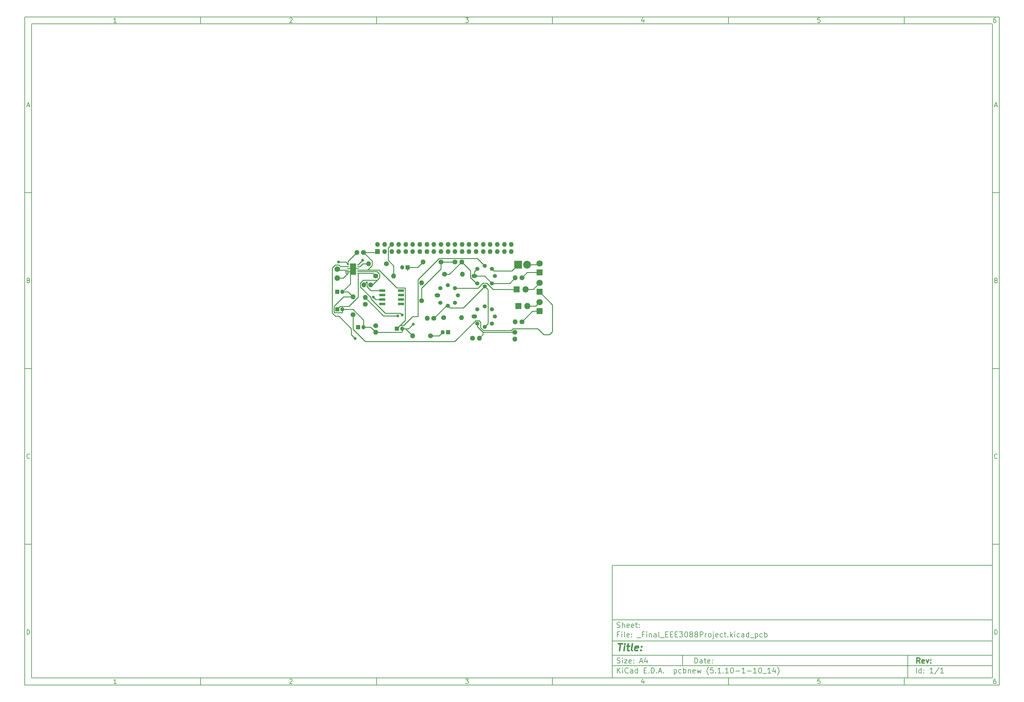
<source format=gbr>
%TF.GenerationSoftware,KiCad,Pcbnew,(5.1.10-1-10_14)*%
%TF.CreationDate,2021-06-17T20:45:02+02:00*%
%TF.ProjectId,_Final_EEE3088Project,5f46696e-616c-45f4-9545-453330383850,rev?*%
%TF.SameCoordinates,Original*%
%TF.FileFunction,Copper,L1,Top*%
%TF.FilePolarity,Positive*%
%FSLAX46Y46*%
G04 Gerber Fmt 4.6, Leading zero omitted, Abs format (unit mm)*
G04 Created by KiCad (PCBNEW (5.1.10-1-10_14)) date 2021-06-17 20:45:02*
%MOMM*%
%LPD*%
G01*
G04 APERTURE LIST*
%ADD10C,0.100000*%
%ADD11C,0.150000*%
%ADD12C,0.300000*%
%ADD13C,0.400000*%
%TA.AperFunction,ComponentPad*%
%ADD14O,1.400000X1.400000*%
%TD*%
%TA.AperFunction,ComponentPad*%
%ADD15C,1.400000*%
%TD*%
%TA.AperFunction,SMDPad,CuDef*%
%ADD16R,0.700000X0.250000*%
%TD*%
%TA.AperFunction,SMDPad,CuDef*%
%ADD17R,1.700000X3.300000*%
%TD*%
%TA.AperFunction,ComponentPad*%
%ADD18C,1.200000*%
%TD*%
%TA.AperFunction,ComponentPad*%
%ADD19R,1.200000X1.200000*%
%TD*%
%TA.AperFunction,ComponentPad*%
%ADD20R,2.240000X2.240000*%
%TD*%
%TA.AperFunction,ComponentPad*%
%ADD21O,2.240000X2.240000*%
%TD*%
%TA.AperFunction,ComponentPad*%
%ADD22R,1.800000X1.800000*%
%TD*%
%TA.AperFunction,ComponentPad*%
%ADD23O,1.800000X1.800000*%
%TD*%
%TA.AperFunction,ComponentPad*%
%ADD24R,1.350000X1.350000*%
%TD*%
%TA.AperFunction,ComponentPad*%
%ADD25O,1.350000X1.350000*%
%TD*%
%TA.AperFunction,ComponentPad*%
%ADD26C,1.600000*%
%TD*%
%TA.AperFunction,ComponentPad*%
%ADD27O,1.600000X1.600000*%
%TD*%
%TA.AperFunction,ComponentPad*%
%ADD28C,1.800000*%
%TD*%
%TA.AperFunction,ComponentPad*%
%ADD29O,1.600000X1.200000*%
%TD*%
%TA.AperFunction,ComponentPad*%
%ADD30O,1.200000X1.200000*%
%TD*%
%TA.AperFunction,SMDPad,CuDef*%
%ADD31R,1.800000X0.800000*%
%TD*%
%TA.AperFunction,ViaPad*%
%ADD32C,0.800000*%
%TD*%
%TA.AperFunction,Conductor*%
%ADD33C,0.250000*%
%TD*%
G04 APERTURE END LIST*
D10*
D11*
X177002200Y-166007200D02*
X177002200Y-198007200D01*
X285002200Y-198007200D01*
X285002200Y-166007200D01*
X177002200Y-166007200D01*
D10*
D11*
X10000000Y-10000000D02*
X10000000Y-200007200D01*
X287002200Y-200007200D01*
X287002200Y-10000000D01*
X10000000Y-10000000D01*
D10*
D11*
X12000000Y-12000000D02*
X12000000Y-198007200D01*
X285002200Y-198007200D01*
X285002200Y-12000000D01*
X12000000Y-12000000D01*
D10*
D11*
X60000000Y-12000000D02*
X60000000Y-10000000D01*
D10*
D11*
X110000000Y-12000000D02*
X110000000Y-10000000D01*
D10*
D11*
X160000000Y-12000000D02*
X160000000Y-10000000D01*
D10*
D11*
X210000000Y-12000000D02*
X210000000Y-10000000D01*
D10*
D11*
X260000000Y-12000000D02*
X260000000Y-10000000D01*
D10*
D11*
X36065476Y-11588095D02*
X35322619Y-11588095D01*
X35694047Y-11588095D02*
X35694047Y-10288095D01*
X35570238Y-10473809D01*
X35446428Y-10597619D01*
X35322619Y-10659523D01*
D10*
D11*
X85322619Y-10411904D02*
X85384523Y-10350000D01*
X85508333Y-10288095D01*
X85817857Y-10288095D01*
X85941666Y-10350000D01*
X86003571Y-10411904D01*
X86065476Y-10535714D01*
X86065476Y-10659523D01*
X86003571Y-10845238D01*
X85260714Y-11588095D01*
X86065476Y-11588095D01*
D10*
D11*
X135260714Y-10288095D02*
X136065476Y-10288095D01*
X135632142Y-10783333D01*
X135817857Y-10783333D01*
X135941666Y-10845238D01*
X136003571Y-10907142D01*
X136065476Y-11030952D01*
X136065476Y-11340476D01*
X136003571Y-11464285D01*
X135941666Y-11526190D01*
X135817857Y-11588095D01*
X135446428Y-11588095D01*
X135322619Y-11526190D01*
X135260714Y-11464285D01*
D10*
D11*
X185941666Y-10721428D02*
X185941666Y-11588095D01*
X185632142Y-10226190D02*
X185322619Y-11154761D01*
X186127380Y-11154761D01*
D10*
D11*
X236003571Y-10288095D02*
X235384523Y-10288095D01*
X235322619Y-10907142D01*
X235384523Y-10845238D01*
X235508333Y-10783333D01*
X235817857Y-10783333D01*
X235941666Y-10845238D01*
X236003571Y-10907142D01*
X236065476Y-11030952D01*
X236065476Y-11340476D01*
X236003571Y-11464285D01*
X235941666Y-11526190D01*
X235817857Y-11588095D01*
X235508333Y-11588095D01*
X235384523Y-11526190D01*
X235322619Y-11464285D01*
D10*
D11*
X285941666Y-10288095D02*
X285694047Y-10288095D01*
X285570238Y-10350000D01*
X285508333Y-10411904D01*
X285384523Y-10597619D01*
X285322619Y-10845238D01*
X285322619Y-11340476D01*
X285384523Y-11464285D01*
X285446428Y-11526190D01*
X285570238Y-11588095D01*
X285817857Y-11588095D01*
X285941666Y-11526190D01*
X286003571Y-11464285D01*
X286065476Y-11340476D01*
X286065476Y-11030952D01*
X286003571Y-10907142D01*
X285941666Y-10845238D01*
X285817857Y-10783333D01*
X285570238Y-10783333D01*
X285446428Y-10845238D01*
X285384523Y-10907142D01*
X285322619Y-11030952D01*
D10*
D11*
X60000000Y-198007200D02*
X60000000Y-200007200D01*
D10*
D11*
X110000000Y-198007200D02*
X110000000Y-200007200D01*
D10*
D11*
X160000000Y-198007200D02*
X160000000Y-200007200D01*
D10*
D11*
X210000000Y-198007200D02*
X210000000Y-200007200D01*
D10*
D11*
X260000000Y-198007200D02*
X260000000Y-200007200D01*
D10*
D11*
X36065476Y-199595295D02*
X35322619Y-199595295D01*
X35694047Y-199595295D02*
X35694047Y-198295295D01*
X35570238Y-198481009D01*
X35446428Y-198604819D01*
X35322619Y-198666723D01*
D10*
D11*
X85322619Y-198419104D02*
X85384523Y-198357200D01*
X85508333Y-198295295D01*
X85817857Y-198295295D01*
X85941666Y-198357200D01*
X86003571Y-198419104D01*
X86065476Y-198542914D01*
X86065476Y-198666723D01*
X86003571Y-198852438D01*
X85260714Y-199595295D01*
X86065476Y-199595295D01*
D10*
D11*
X135260714Y-198295295D02*
X136065476Y-198295295D01*
X135632142Y-198790533D01*
X135817857Y-198790533D01*
X135941666Y-198852438D01*
X136003571Y-198914342D01*
X136065476Y-199038152D01*
X136065476Y-199347676D01*
X136003571Y-199471485D01*
X135941666Y-199533390D01*
X135817857Y-199595295D01*
X135446428Y-199595295D01*
X135322619Y-199533390D01*
X135260714Y-199471485D01*
D10*
D11*
X185941666Y-198728628D02*
X185941666Y-199595295D01*
X185632142Y-198233390D02*
X185322619Y-199161961D01*
X186127380Y-199161961D01*
D10*
D11*
X236003571Y-198295295D02*
X235384523Y-198295295D01*
X235322619Y-198914342D01*
X235384523Y-198852438D01*
X235508333Y-198790533D01*
X235817857Y-198790533D01*
X235941666Y-198852438D01*
X236003571Y-198914342D01*
X236065476Y-199038152D01*
X236065476Y-199347676D01*
X236003571Y-199471485D01*
X235941666Y-199533390D01*
X235817857Y-199595295D01*
X235508333Y-199595295D01*
X235384523Y-199533390D01*
X235322619Y-199471485D01*
D10*
D11*
X285941666Y-198295295D02*
X285694047Y-198295295D01*
X285570238Y-198357200D01*
X285508333Y-198419104D01*
X285384523Y-198604819D01*
X285322619Y-198852438D01*
X285322619Y-199347676D01*
X285384523Y-199471485D01*
X285446428Y-199533390D01*
X285570238Y-199595295D01*
X285817857Y-199595295D01*
X285941666Y-199533390D01*
X286003571Y-199471485D01*
X286065476Y-199347676D01*
X286065476Y-199038152D01*
X286003571Y-198914342D01*
X285941666Y-198852438D01*
X285817857Y-198790533D01*
X285570238Y-198790533D01*
X285446428Y-198852438D01*
X285384523Y-198914342D01*
X285322619Y-199038152D01*
D10*
D11*
X10000000Y-60000000D02*
X12000000Y-60000000D01*
D10*
D11*
X10000000Y-110000000D02*
X12000000Y-110000000D01*
D10*
D11*
X10000000Y-160000000D02*
X12000000Y-160000000D01*
D10*
D11*
X10690476Y-35216666D02*
X11309523Y-35216666D01*
X10566666Y-35588095D02*
X11000000Y-34288095D01*
X11433333Y-35588095D01*
D10*
D11*
X11092857Y-84907142D02*
X11278571Y-84969047D01*
X11340476Y-85030952D01*
X11402380Y-85154761D01*
X11402380Y-85340476D01*
X11340476Y-85464285D01*
X11278571Y-85526190D01*
X11154761Y-85588095D01*
X10659523Y-85588095D01*
X10659523Y-84288095D01*
X11092857Y-84288095D01*
X11216666Y-84350000D01*
X11278571Y-84411904D01*
X11340476Y-84535714D01*
X11340476Y-84659523D01*
X11278571Y-84783333D01*
X11216666Y-84845238D01*
X11092857Y-84907142D01*
X10659523Y-84907142D01*
D10*
D11*
X11402380Y-135464285D02*
X11340476Y-135526190D01*
X11154761Y-135588095D01*
X11030952Y-135588095D01*
X10845238Y-135526190D01*
X10721428Y-135402380D01*
X10659523Y-135278571D01*
X10597619Y-135030952D01*
X10597619Y-134845238D01*
X10659523Y-134597619D01*
X10721428Y-134473809D01*
X10845238Y-134350000D01*
X11030952Y-134288095D01*
X11154761Y-134288095D01*
X11340476Y-134350000D01*
X11402380Y-134411904D01*
D10*
D11*
X10659523Y-185588095D02*
X10659523Y-184288095D01*
X10969047Y-184288095D01*
X11154761Y-184350000D01*
X11278571Y-184473809D01*
X11340476Y-184597619D01*
X11402380Y-184845238D01*
X11402380Y-185030952D01*
X11340476Y-185278571D01*
X11278571Y-185402380D01*
X11154761Y-185526190D01*
X10969047Y-185588095D01*
X10659523Y-185588095D01*
D10*
D11*
X287002200Y-60000000D02*
X285002200Y-60000000D01*
D10*
D11*
X287002200Y-110000000D02*
X285002200Y-110000000D01*
D10*
D11*
X287002200Y-160000000D02*
X285002200Y-160000000D01*
D10*
D11*
X285692676Y-35216666D02*
X286311723Y-35216666D01*
X285568866Y-35588095D02*
X286002200Y-34288095D01*
X286435533Y-35588095D01*
D10*
D11*
X286095057Y-84907142D02*
X286280771Y-84969047D01*
X286342676Y-85030952D01*
X286404580Y-85154761D01*
X286404580Y-85340476D01*
X286342676Y-85464285D01*
X286280771Y-85526190D01*
X286156961Y-85588095D01*
X285661723Y-85588095D01*
X285661723Y-84288095D01*
X286095057Y-84288095D01*
X286218866Y-84350000D01*
X286280771Y-84411904D01*
X286342676Y-84535714D01*
X286342676Y-84659523D01*
X286280771Y-84783333D01*
X286218866Y-84845238D01*
X286095057Y-84907142D01*
X285661723Y-84907142D01*
D10*
D11*
X286404580Y-135464285D02*
X286342676Y-135526190D01*
X286156961Y-135588095D01*
X286033152Y-135588095D01*
X285847438Y-135526190D01*
X285723628Y-135402380D01*
X285661723Y-135278571D01*
X285599819Y-135030952D01*
X285599819Y-134845238D01*
X285661723Y-134597619D01*
X285723628Y-134473809D01*
X285847438Y-134350000D01*
X286033152Y-134288095D01*
X286156961Y-134288095D01*
X286342676Y-134350000D01*
X286404580Y-134411904D01*
D10*
D11*
X285661723Y-185588095D02*
X285661723Y-184288095D01*
X285971247Y-184288095D01*
X286156961Y-184350000D01*
X286280771Y-184473809D01*
X286342676Y-184597619D01*
X286404580Y-184845238D01*
X286404580Y-185030952D01*
X286342676Y-185278571D01*
X286280771Y-185402380D01*
X286156961Y-185526190D01*
X285971247Y-185588095D01*
X285661723Y-185588095D01*
D10*
D11*
X200434342Y-193785771D02*
X200434342Y-192285771D01*
X200791485Y-192285771D01*
X201005771Y-192357200D01*
X201148628Y-192500057D01*
X201220057Y-192642914D01*
X201291485Y-192928628D01*
X201291485Y-193142914D01*
X201220057Y-193428628D01*
X201148628Y-193571485D01*
X201005771Y-193714342D01*
X200791485Y-193785771D01*
X200434342Y-193785771D01*
X202577200Y-193785771D02*
X202577200Y-193000057D01*
X202505771Y-192857200D01*
X202362914Y-192785771D01*
X202077200Y-192785771D01*
X201934342Y-192857200D01*
X202577200Y-193714342D02*
X202434342Y-193785771D01*
X202077200Y-193785771D01*
X201934342Y-193714342D01*
X201862914Y-193571485D01*
X201862914Y-193428628D01*
X201934342Y-193285771D01*
X202077200Y-193214342D01*
X202434342Y-193214342D01*
X202577200Y-193142914D01*
X203077200Y-192785771D02*
X203648628Y-192785771D01*
X203291485Y-192285771D02*
X203291485Y-193571485D01*
X203362914Y-193714342D01*
X203505771Y-193785771D01*
X203648628Y-193785771D01*
X204720057Y-193714342D02*
X204577200Y-193785771D01*
X204291485Y-193785771D01*
X204148628Y-193714342D01*
X204077200Y-193571485D01*
X204077200Y-193000057D01*
X204148628Y-192857200D01*
X204291485Y-192785771D01*
X204577200Y-192785771D01*
X204720057Y-192857200D01*
X204791485Y-193000057D01*
X204791485Y-193142914D01*
X204077200Y-193285771D01*
X205434342Y-193642914D02*
X205505771Y-193714342D01*
X205434342Y-193785771D01*
X205362914Y-193714342D01*
X205434342Y-193642914D01*
X205434342Y-193785771D01*
X205434342Y-192857200D02*
X205505771Y-192928628D01*
X205434342Y-193000057D01*
X205362914Y-192928628D01*
X205434342Y-192857200D01*
X205434342Y-193000057D01*
D10*
D11*
X177002200Y-194507200D02*
X285002200Y-194507200D01*
D10*
D11*
X178434342Y-196585771D02*
X178434342Y-195085771D01*
X179291485Y-196585771D02*
X178648628Y-195728628D01*
X179291485Y-195085771D02*
X178434342Y-195942914D01*
X179934342Y-196585771D02*
X179934342Y-195585771D01*
X179934342Y-195085771D02*
X179862914Y-195157200D01*
X179934342Y-195228628D01*
X180005771Y-195157200D01*
X179934342Y-195085771D01*
X179934342Y-195228628D01*
X181505771Y-196442914D02*
X181434342Y-196514342D01*
X181220057Y-196585771D01*
X181077200Y-196585771D01*
X180862914Y-196514342D01*
X180720057Y-196371485D01*
X180648628Y-196228628D01*
X180577200Y-195942914D01*
X180577200Y-195728628D01*
X180648628Y-195442914D01*
X180720057Y-195300057D01*
X180862914Y-195157200D01*
X181077200Y-195085771D01*
X181220057Y-195085771D01*
X181434342Y-195157200D01*
X181505771Y-195228628D01*
X182791485Y-196585771D02*
X182791485Y-195800057D01*
X182720057Y-195657200D01*
X182577200Y-195585771D01*
X182291485Y-195585771D01*
X182148628Y-195657200D01*
X182791485Y-196514342D02*
X182648628Y-196585771D01*
X182291485Y-196585771D01*
X182148628Y-196514342D01*
X182077200Y-196371485D01*
X182077200Y-196228628D01*
X182148628Y-196085771D01*
X182291485Y-196014342D01*
X182648628Y-196014342D01*
X182791485Y-195942914D01*
X184148628Y-196585771D02*
X184148628Y-195085771D01*
X184148628Y-196514342D02*
X184005771Y-196585771D01*
X183720057Y-196585771D01*
X183577200Y-196514342D01*
X183505771Y-196442914D01*
X183434342Y-196300057D01*
X183434342Y-195871485D01*
X183505771Y-195728628D01*
X183577200Y-195657200D01*
X183720057Y-195585771D01*
X184005771Y-195585771D01*
X184148628Y-195657200D01*
X186005771Y-195800057D02*
X186505771Y-195800057D01*
X186720057Y-196585771D02*
X186005771Y-196585771D01*
X186005771Y-195085771D01*
X186720057Y-195085771D01*
X187362914Y-196442914D02*
X187434342Y-196514342D01*
X187362914Y-196585771D01*
X187291485Y-196514342D01*
X187362914Y-196442914D01*
X187362914Y-196585771D01*
X188077200Y-196585771D02*
X188077200Y-195085771D01*
X188434342Y-195085771D01*
X188648628Y-195157200D01*
X188791485Y-195300057D01*
X188862914Y-195442914D01*
X188934342Y-195728628D01*
X188934342Y-195942914D01*
X188862914Y-196228628D01*
X188791485Y-196371485D01*
X188648628Y-196514342D01*
X188434342Y-196585771D01*
X188077200Y-196585771D01*
X189577200Y-196442914D02*
X189648628Y-196514342D01*
X189577200Y-196585771D01*
X189505771Y-196514342D01*
X189577200Y-196442914D01*
X189577200Y-196585771D01*
X190220057Y-196157200D02*
X190934342Y-196157200D01*
X190077200Y-196585771D02*
X190577200Y-195085771D01*
X191077200Y-196585771D01*
X191577200Y-196442914D02*
X191648628Y-196514342D01*
X191577200Y-196585771D01*
X191505771Y-196514342D01*
X191577200Y-196442914D01*
X191577200Y-196585771D01*
X194577200Y-195585771D02*
X194577200Y-197085771D01*
X194577200Y-195657200D02*
X194720057Y-195585771D01*
X195005771Y-195585771D01*
X195148628Y-195657200D01*
X195220057Y-195728628D01*
X195291485Y-195871485D01*
X195291485Y-196300057D01*
X195220057Y-196442914D01*
X195148628Y-196514342D01*
X195005771Y-196585771D01*
X194720057Y-196585771D01*
X194577200Y-196514342D01*
X196577200Y-196514342D02*
X196434342Y-196585771D01*
X196148628Y-196585771D01*
X196005771Y-196514342D01*
X195934342Y-196442914D01*
X195862914Y-196300057D01*
X195862914Y-195871485D01*
X195934342Y-195728628D01*
X196005771Y-195657200D01*
X196148628Y-195585771D01*
X196434342Y-195585771D01*
X196577200Y-195657200D01*
X197220057Y-196585771D02*
X197220057Y-195085771D01*
X197220057Y-195657200D02*
X197362914Y-195585771D01*
X197648628Y-195585771D01*
X197791485Y-195657200D01*
X197862914Y-195728628D01*
X197934342Y-195871485D01*
X197934342Y-196300057D01*
X197862914Y-196442914D01*
X197791485Y-196514342D01*
X197648628Y-196585771D01*
X197362914Y-196585771D01*
X197220057Y-196514342D01*
X198577200Y-195585771D02*
X198577200Y-196585771D01*
X198577200Y-195728628D02*
X198648628Y-195657200D01*
X198791485Y-195585771D01*
X199005771Y-195585771D01*
X199148628Y-195657200D01*
X199220057Y-195800057D01*
X199220057Y-196585771D01*
X200505771Y-196514342D02*
X200362914Y-196585771D01*
X200077200Y-196585771D01*
X199934342Y-196514342D01*
X199862914Y-196371485D01*
X199862914Y-195800057D01*
X199934342Y-195657200D01*
X200077200Y-195585771D01*
X200362914Y-195585771D01*
X200505771Y-195657200D01*
X200577200Y-195800057D01*
X200577200Y-195942914D01*
X199862914Y-196085771D01*
X201077200Y-195585771D02*
X201362914Y-196585771D01*
X201648628Y-195871485D01*
X201934342Y-196585771D01*
X202220057Y-195585771D01*
X204362914Y-197157200D02*
X204291485Y-197085771D01*
X204148628Y-196871485D01*
X204077200Y-196728628D01*
X204005771Y-196514342D01*
X203934342Y-196157200D01*
X203934342Y-195871485D01*
X204005771Y-195514342D01*
X204077200Y-195300057D01*
X204148628Y-195157200D01*
X204291485Y-194942914D01*
X204362914Y-194871485D01*
X205648628Y-195085771D02*
X204934342Y-195085771D01*
X204862914Y-195800057D01*
X204934342Y-195728628D01*
X205077200Y-195657200D01*
X205434342Y-195657200D01*
X205577200Y-195728628D01*
X205648628Y-195800057D01*
X205720057Y-195942914D01*
X205720057Y-196300057D01*
X205648628Y-196442914D01*
X205577200Y-196514342D01*
X205434342Y-196585771D01*
X205077200Y-196585771D01*
X204934342Y-196514342D01*
X204862914Y-196442914D01*
X206362914Y-196442914D02*
X206434342Y-196514342D01*
X206362914Y-196585771D01*
X206291485Y-196514342D01*
X206362914Y-196442914D01*
X206362914Y-196585771D01*
X207862914Y-196585771D02*
X207005771Y-196585771D01*
X207434342Y-196585771D02*
X207434342Y-195085771D01*
X207291485Y-195300057D01*
X207148628Y-195442914D01*
X207005771Y-195514342D01*
X208505771Y-196442914D02*
X208577200Y-196514342D01*
X208505771Y-196585771D01*
X208434342Y-196514342D01*
X208505771Y-196442914D01*
X208505771Y-196585771D01*
X210005771Y-196585771D02*
X209148628Y-196585771D01*
X209577200Y-196585771D02*
X209577200Y-195085771D01*
X209434342Y-195300057D01*
X209291485Y-195442914D01*
X209148628Y-195514342D01*
X210934342Y-195085771D02*
X211077200Y-195085771D01*
X211220057Y-195157200D01*
X211291485Y-195228628D01*
X211362914Y-195371485D01*
X211434342Y-195657200D01*
X211434342Y-196014342D01*
X211362914Y-196300057D01*
X211291485Y-196442914D01*
X211220057Y-196514342D01*
X211077200Y-196585771D01*
X210934342Y-196585771D01*
X210791485Y-196514342D01*
X210720057Y-196442914D01*
X210648628Y-196300057D01*
X210577200Y-196014342D01*
X210577200Y-195657200D01*
X210648628Y-195371485D01*
X210720057Y-195228628D01*
X210791485Y-195157200D01*
X210934342Y-195085771D01*
X212077200Y-196014342D02*
X213220057Y-196014342D01*
X214720057Y-196585771D02*
X213862914Y-196585771D01*
X214291485Y-196585771D02*
X214291485Y-195085771D01*
X214148628Y-195300057D01*
X214005771Y-195442914D01*
X213862914Y-195514342D01*
X215362914Y-196014342D02*
X216505771Y-196014342D01*
X218005771Y-196585771D02*
X217148628Y-196585771D01*
X217577200Y-196585771D02*
X217577200Y-195085771D01*
X217434342Y-195300057D01*
X217291485Y-195442914D01*
X217148628Y-195514342D01*
X218934342Y-195085771D02*
X219077200Y-195085771D01*
X219220057Y-195157200D01*
X219291485Y-195228628D01*
X219362914Y-195371485D01*
X219434342Y-195657200D01*
X219434342Y-196014342D01*
X219362914Y-196300057D01*
X219291485Y-196442914D01*
X219220057Y-196514342D01*
X219077200Y-196585771D01*
X218934342Y-196585771D01*
X218791485Y-196514342D01*
X218720057Y-196442914D01*
X218648628Y-196300057D01*
X218577200Y-196014342D01*
X218577200Y-195657200D01*
X218648628Y-195371485D01*
X218720057Y-195228628D01*
X218791485Y-195157200D01*
X218934342Y-195085771D01*
X219720057Y-196728628D02*
X220862914Y-196728628D01*
X222005771Y-196585771D02*
X221148628Y-196585771D01*
X221577200Y-196585771D02*
X221577200Y-195085771D01*
X221434342Y-195300057D01*
X221291485Y-195442914D01*
X221148628Y-195514342D01*
X223291485Y-195585771D02*
X223291485Y-196585771D01*
X222934342Y-195014342D02*
X222577200Y-196085771D01*
X223505771Y-196085771D01*
X223934342Y-197157200D02*
X224005771Y-197085771D01*
X224148628Y-196871485D01*
X224220057Y-196728628D01*
X224291485Y-196514342D01*
X224362914Y-196157200D01*
X224362914Y-195871485D01*
X224291485Y-195514342D01*
X224220057Y-195300057D01*
X224148628Y-195157200D01*
X224005771Y-194942914D01*
X223934342Y-194871485D01*
D10*
D11*
X177002200Y-191507200D02*
X285002200Y-191507200D01*
D10*
D12*
X264411485Y-193785771D02*
X263911485Y-193071485D01*
X263554342Y-193785771D02*
X263554342Y-192285771D01*
X264125771Y-192285771D01*
X264268628Y-192357200D01*
X264340057Y-192428628D01*
X264411485Y-192571485D01*
X264411485Y-192785771D01*
X264340057Y-192928628D01*
X264268628Y-193000057D01*
X264125771Y-193071485D01*
X263554342Y-193071485D01*
X265625771Y-193714342D02*
X265482914Y-193785771D01*
X265197200Y-193785771D01*
X265054342Y-193714342D01*
X264982914Y-193571485D01*
X264982914Y-193000057D01*
X265054342Y-192857200D01*
X265197200Y-192785771D01*
X265482914Y-192785771D01*
X265625771Y-192857200D01*
X265697200Y-193000057D01*
X265697200Y-193142914D01*
X264982914Y-193285771D01*
X266197200Y-192785771D02*
X266554342Y-193785771D01*
X266911485Y-192785771D01*
X267482914Y-193642914D02*
X267554342Y-193714342D01*
X267482914Y-193785771D01*
X267411485Y-193714342D01*
X267482914Y-193642914D01*
X267482914Y-193785771D01*
X267482914Y-192857200D02*
X267554342Y-192928628D01*
X267482914Y-193000057D01*
X267411485Y-192928628D01*
X267482914Y-192857200D01*
X267482914Y-193000057D01*
D10*
D11*
X178362914Y-193714342D02*
X178577200Y-193785771D01*
X178934342Y-193785771D01*
X179077200Y-193714342D01*
X179148628Y-193642914D01*
X179220057Y-193500057D01*
X179220057Y-193357200D01*
X179148628Y-193214342D01*
X179077200Y-193142914D01*
X178934342Y-193071485D01*
X178648628Y-193000057D01*
X178505771Y-192928628D01*
X178434342Y-192857200D01*
X178362914Y-192714342D01*
X178362914Y-192571485D01*
X178434342Y-192428628D01*
X178505771Y-192357200D01*
X178648628Y-192285771D01*
X179005771Y-192285771D01*
X179220057Y-192357200D01*
X179862914Y-193785771D02*
X179862914Y-192785771D01*
X179862914Y-192285771D02*
X179791485Y-192357200D01*
X179862914Y-192428628D01*
X179934342Y-192357200D01*
X179862914Y-192285771D01*
X179862914Y-192428628D01*
X180434342Y-192785771D02*
X181220057Y-192785771D01*
X180434342Y-193785771D01*
X181220057Y-193785771D01*
X182362914Y-193714342D02*
X182220057Y-193785771D01*
X181934342Y-193785771D01*
X181791485Y-193714342D01*
X181720057Y-193571485D01*
X181720057Y-193000057D01*
X181791485Y-192857200D01*
X181934342Y-192785771D01*
X182220057Y-192785771D01*
X182362914Y-192857200D01*
X182434342Y-193000057D01*
X182434342Y-193142914D01*
X181720057Y-193285771D01*
X183077200Y-193642914D02*
X183148628Y-193714342D01*
X183077200Y-193785771D01*
X183005771Y-193714342D01*
X183077200Y-193642914D01*
X183077200Y-193785771D01*
X183077200Y-192857200D02*
X183148628Y-192928628D01*
X183077200Y-193000057D01*
X183005771Y-192928628D01*
X183077200Y-192857200D01*
X183077200Y-193000057D01*
X184862914Y-193357200D02*
X185577200Y-193357200D01*
X184720057Y-193785771D02*
X185220057Y-192285771D01*
X185720057Y-193785771D01*
X186862914Y-192785771D02*
X186862914Y-193785771D01*
X186505771Y-192214342D02*
X186148628Y-193285771D01*
X187077200Y-193285771D01*
D10*
D11*
X263434342Y-196585771D02*
X263434342Y-195085771D01*
X264791485Y-196585771D02*
X264791485Y-195085771D01*
X264791485Y-196514342D02*
X264648628Y-196585771D01*
X264362914Y-196585771D01*
X264220057Y-196514342D01*
X264148628Y-196442914D01*
X264077200Y-196300057D01*
X264077200Y-195871485D01*
X264148628Y-195728628D01*
X264220057Y-195657200D01*
X264362914Y-195585771D01*
X264648628Y-195585771D01*
X264791485Y-195657200D01*
X265505771Y-196442914D02*
X265577200Y-196514342D01*
X265505771Y-196585771D01*
X265434342Y-196514342D01*
X265505771Y-196442914D01*
X265505771Y-196585771D01*
X265505771Y-195657200D02*
X265577200Y-195728628D01*
X265505771Y-195800057D01*
X265434342Y-195728628D01*
X265505771Y-195657200D01*
X265505771Y-195800057D01*
X268148628Y-196585771D02*
X267291485Y-196585771D01*
X267720057Y-196585771D02*
X267720057Y-195085771D01*
X267577200Y-195300057D01*
X267434342Y-195442914D01*
X267291485Y-195514342D01*
X269862914Y-195014342D02*
X268577200Y-196942914D01*
X271148628Y-196585771D02*
X270291485Y-196585771D01*
X270720057Y-196585771D02*
X270720057Y-195085771D01*
X270577200Y-195300057D01*
X270434342Y-195442914D01*
X270291485Y-195514342D01*
D10*
D11*
X177002200Y-187507200D02*
X285002200Y-187507200D01*
D10*
D13*
X178714580Y-188211961D02*
X179857438Y-188211961D01*
X179036009Y-190211961D02*
X179286009Y-188211961D01*
X180274104Y-190211961D02*
X180440771Y-188878628D01*
X180524104Y-188211961D02*
X180416961Y-188307200D01*
X180500295Y-188402438D01*
X180607438Y-188307200D01*
X180524104Y-188211961D01*
X180500295Y-188402438D01*
X181107438Y-188878628D02*
X181869342Y-188878628D01*
X181476485Y-188211961D02*
X181262200Y-189926247D01*
X181333628Y-190116723D01*
X181512200Y-190211961D01*
X181702676Y-190211961D01*
X182655057Y-190211961D02*
X182476485Y-190116723D01*
X182405057Y-189926247D01*
X182619342Y-188211961D01*
X184190771Y-190116723D02*
X183988390Y-190211961D01*
X183607438Y-190211961D01*
X183428866Y-190116723D01*
X183357438Y-189926247D01*
X183452676Y-189164342D01*
X183571723Y-188973866D01*
X183774104Y-188878628D01*
X184155057Y-188878628D01*
X184333628Y-188973866D01*
X184405057Y-189164342D01*
X184381247Y-189354819D01*
X183405057Y-189545295D01*
X185155057Y-190021485D02*
X185238390Y-190116723D01*
X185131247Y-190211961D01*
X185047914Y-190116723D01*
X185155057Y-190021485D01*
X185131247Y-190211961D01*
X185286009Y-188973866D02*
X185369342Y-189069104D01*
X185262200Y-189164342D01*
X185178866Y-189069104D01*
X185286009Y-188973866D01*
X185262200Y-189164342D01*
D10*
D11*
X178934342Y-185600057D02*
X178434342Y-185600057D01*
X178434342Y-186385771D02*
X178434342Y-184885771D01*
X179148628Y-184885771D01*
X179720057Y-186385771D02*
X179720057Y-185385771D01*
X179720057Y-184885771D02*
X179648628Y-184957200D01*
X179720057Y-185028628D01*
X179791485Y-184957200D01*
X179720057Y-184885771D01*
X179720057Y-185028628D01*
X180648628Y-186385771D02*
X180505771Y-186314342D01*
X180434342Y-186171485D01*
X180434342Y-184885771D01*
X181791485Y-186314342D02*
X181648628Y-186385771D01*
X181362914Y-186385771D01*
X181220057Y-186314342D01*
X181148628Y-186171485D01*
X181148628Y-185600057D01*
X181220057Y-185457200D01*
X181362914Y-185385771D01*
X181648628Y-185385771D01*
X181791485Y-185457200D01*
X181862914Y-185600057D01*
X181862914Y-185742914D01*
X181148628Y-185885771D01*
X182505771Y-186242914D02*
X182577200Y-186314342D01*
X182505771Y-186385771D01*
X182434342Y-186314342D01*
X182505771Y-186242914D01*
X182505771Y-186385771D01*
X182505771Y-185457200D02*
X182577200Y-185528628D01*
X182505771Y-185600057D01*
X182434342Y-185528628D01*
X182505771Y-185457200D01*
X182505771Y-185600057D01*
X184005771Y-186528628D02*
X185148628Y-186528628D01*
X186005771Y-185600057D02*
X185505771Y-185600057D01*
X185505771Y-186385771D02*
X185505771Y-184885771D01*
X186220057Y-184885771D01*
X186791485Y-186385771D02*
X186791485Y-185385771D01*
X186791485Y-184885771D02*
X186720057Y-184957200D01*
X186791485Y-185028628D01*
X186862914Y-184957200D01*
X186791485Y-184885771D01*
X186791485Y-185028628D01*
X187505771Y-185385771D02*
X187505771Y-186385771D01*
X187505771Y-185528628D02*
X187577200Y-185457200D01*
X187720057Y-185385771D01*
X187934342Y-185385771D01*
X188077200Y-185457200D01*
X188148628Y-185600057D01*
X188148628Y-186385771D01*
X189505771Y-186385771D02*
X189505771Y-185600057D01*
X189434342Y-185457200D01*
X189291485Y-185385771D01*
X189005771Y-185385771D01*
X188862914Y-185457200D01*
X189505771Y-186314342D02*
X189362914Y-186385771D01*
X189005771Y-186385771D01*
X188862914Y-186314342D01*
X188791485Y-186171485D01*
X188791485Y-186028628D01*
X188862914Y-185885771D01*
X189005771Y-185814342D01*
X189362914Y-185814342D01*
X189505771Y-185742914D01*
X190434342Y-186385771D02*
X190291485Y-186314342D01*
X190220057Y-186171485D01*
X190220057Y-184885771D01*
X190648628Y-186528628D02*
X191791485Y-186528628D01*
X192148628Y-185600057D02*
X192648628Y-185600057D01*
X192862914Y-186385771D02*
X192148628Y-186385771D01*
X192148628Y-184885771D01*
X192862914Y-184885771D01*
X193505771Y-185600057D02*
X194005771Y-185600057D01*
X194220057Y-186385771D02*
X193505771Y-186385771D01*
X193505771Y-184885771D01*
X194220057Y-184885771D01*
X194862914Y-185600057D02*
X195362914Y-185600057D01*
X195577200Y-186385771D02*
X194862914Y-186385771D01*
X194862914Y-184885771D01*
X195577200Y-184885771D01*
X196077200Y-184885771D02*
X197005771Y-184885771D01*
X196505771Y-185457200D01*
X196720057Y-185457200D01*
X196862914Y-185528628D01*
X196934342Y-185600057D01*
X197005771Y-185742914D01*
X197005771Y-186100057D01*
X196934342Y-186242914D01*
X196862914Y-186314342D01*
X196720057Y-186385771D01*
X196291485Y-186385771D01*
X196148628Y-186314342D01*
X196077200Y-186242914D01*
X197934342Y-184885771D02*
X198077200Y-184885771D01*
X198220057Y-184957200D01*
X198291485Y-185028628D01*
X198362914Y-185171485D01*
X198434342Y-185457200D01*
X198434342Y-185814342D01*
X198362914Y-186100057D01*
X198291485Y-186242914D01*
X198220057Y-186314342D01*
X198077200Y-186385771D01*
X197934342Y-186385771D01*
X197791485Y-186314342D01*
X197720057Y-186242914D01*
X197648628Y-186100057D01*
X197577200Y-185814342D01*
X197577200Y-185457200D01*
X197648628Y-185171485D01*
X197720057Y-185028628D01*
X197791485Y-184957200D01*
X197934342Y-184885771D01*
X199291485Y-185528628D02*
X199148628Y-185457200D01*
X199077200Y-185385771D01*
X199005771Y-185242914D01*
X199005771Y-185171485D01*
X199077200Y-185028628D01*
X199148628Y-184957200D01*
X199291485Y-184885771D01*
X199577200Y-184885771D01*
X199720057Y-184957200D01*
X199791485Y-185028628D01*
X199862914Y-185171485D01*
X199862914Y-185242914D01*
X199791485Y-185385771D01*
X199720057Y-185457200D01*
X199577200Y-185528628D01*
X199291485Y-185528628D01*
X199148628Y-185600057D01*
X199077200Y-185671485D01*
X199005771Y-185814342D01*
X199005771Y-186100057D01*
X199077200Y-186242914D01*
X199148628Y-186314342D01*
X199291485Y-186385771D01*
X199577200Y-186385771D01*
X199720057Y-186314342D01*
X199791485Y-186242914D01*
X199862914Y-186100057D01*
X199862914Y-185814342D01*
X199791485Y-185671485D01*
X199720057Y-185600057D01*
X199577200Y-185528628D01*
X200720057Y-185528628D02*
X200577200Y-185457200D01*
X200505771Y-185385771D01*
X200434342Y-185242914D01*
X200434342Y-185171485D01*
X200505771Y-185028628D01*
X200577200Y-184957200D01*
X200720057Y-184885771D01*
X201005771Y-184885771D01*
X201148628Y-184957200D01*
X201220057Y-185028628D01*
X201291485Y-185171485D01*
X201291485Y-185242914D01*
X201220057Y-185385771D01*
X201148628Y-185457200D01*
X201005771Y-185528628D01*
X200720057Y-185528628D01*
X200577200Y-185600057D01*
X200505771Y-185671485D01*
X200434342Y-185814342D01*
X200434342Y-186100057D01*
X200505771Y-186242914D01*
X200577200Y-186314342D01*
X200720057Y-186385771D01*
X201005771Y-186385771D01*
X201148628Y-186314342D01*
X201220057Y-186242914D01*
X201291485Y-186100057D01*
X201291485Y-185814342D01*
X201220057Y-185671485D01*
X201148628Y-185600057D01*
X201005771Y-185528628D01*
X201934342Y-186385771D02*
X201934342Y-184885771D01*
X202505771Y-184885771D01*
X202648628Y-184957200D01*
X202720057Y-185028628D01*
X202791485Y-185171485D01*
X202791485Y-185385771D01*
X202720057Y-185528628D01*
X202648628Y-185600057D01*
X202505771Y-185671485D01*
X201934342Y-185671485D01*
X203434342Y-186385771D02*
X203434342Y-185385771D01*
X203434342Y-185671485D02*
X203505771Y-185528628D01*
X203577200Y-185457200D01*
X203720057Y-185385771D01*
X203862914Y-185385771D01*
X204577200Y-186385771D02*
X204434342Y-186314342D01*
X204362914Y-186242914D01*
X204291485Y-186100057D01*
X204291485Y-185671485D01*
X204362914Y-185528628D01*
X204434342Y-185457200D01*
X204577200Y-185385771D01*
X204791485Y-185385771D01*
X204934342Y-185457200D01*
X205005771Y-185528628D01*
X205077200Y-185671485D01*
X205077200Y-186100057D01*
X205005771Y-186242914D01*
X204934342Y-186314342D01*
X204791485Y-186385771D01*
X204577200Y-186385771D01*
X205720057Y-185385771D02*
X205720057Y-186671485D01*
X205648628Y-186814342D01*
X205505771Y-186885771D01*
X205434342Y-186885771D01*
X205720057Y-184885771D02*
X205648628Y-184957200D01*
X205720057Y-185028628D01*
X205791485Y-184957200D01*
X205720057Y-184885771D01*
X205720057Y-185028628D01*
X207005771Y-186314342D02*
X206862914Y-186385771D01*
X206577200Y-186385771D01*
X206434342Y-186314342D01*
X206362914Y-186171485D01*
X206362914Y-185600057D01*
X206434342Y-185457200D01*
X206577200Y-185385771D01*
X206862914Y-185385771D01*
X207005771Y-185457200D01*
X207077200Y-185600057D01*
X207077200Y-185742914D01*
X206362914Y-185885771D01*
X208362914Y-186314342D02*
X208220057Y-186385771D01*
X207934342Y-186385771D01*
X207791485Y-186314342D01*
X207720057Y-186242914D01*
X207648628Y-186100057D01*
X207648628Y-185671485D01*
X207720057Y-185528628D01*
X207791485Y-185457200D01*
X207934342Y-185385771D01*
X208220057Y-185385771D01*
X208362914Y-185457200D01*
X208791485Y-185385771D02*
X209362914Y-185385771D01*
X209005771Y-184885771D02*
X209005771Y-186171485D01*
X209077200Y-186314342D01*
X209220057Y-186385771D01*
X209362914Y-186385771D01*
X209862914Y-186242914D02*
X209934342Y-186314342D01*
X209862914Y-186385771D01*
X209791485Y-186314342D01*
X209862914Y-186242914D01*
X209862914Y-186385771D01*
X210577200Y-186385771D02*
X210577200Y-184885771D01*
X210720057Y-185814342D02*
X211148628Y-186385771D01*
X211148628Y-185385771D02*
X210577200Y-185957200D01*
X211791485Y-186385771D02*
X211791485Y-185385771D01*
X211791485Y-184885771D02*
X211720057Y-184957200D01*
X211791485Y-185028628D01*
X211862914Y-184957200D01*
X211791485Y-184885771D01*
X211791485Y-185028628D01*
X213148628Y-186314342D02*
X213005771Y-186385771D01*
X212720057Y-186385771D01*
X212577200Y-186314342D01*
X212505771Y-186242914D01*
X212434342Y-186100057D01*
X212434342Y-185671485D01*
X212505771Y-185528628D01*
X212577200Y-185457200D01*
X212720057Y-185385771D01*
X213005771Y-185385771D01*
X213148628Y-185457200D01*
X214434342Y-186385771D02*
X214434342Y-185600057D01*
X214362914Y-185457200D01*
X214220057Y-185385771D01*
X213934342Y-185385771D01*
X213791485Y-185457200D01*
X214434342Y-186314342D02*
X214291485Y-186385771D01*
X213934342Y-186385771D01*
X213791485Y-186314342D01*
X213720057Y-186171485D01*
X213720057Y-186028628D01*
X213791485Y-185885771D01*
X213934342Y-185814342D01*
X214291485Y-185814342D01*
X214434342Y-185742914D01*
X215791485Y-186385771D02*
X215791485Y-184885771D01*
X215791485Y-186314342D02*
X215648628Y-186385771D01*
X215362914Y-186385771D01*
X215220057Y-186314342D01*
X215148628Y-186242914D01*
X215077200Y-186100057D01*
X215077200Y-185671485D01*
X215148628Y-185528628D01*
X215220057Y-185457200D01*
X215362914Y-185385771D01*
X215648628Y-185385771D01*
X215791485Y-185457200D01*
X216148628Y-186528628D02*
X217291485Y-186528628D01*
X217648628Y-185385771D02*
X217648628Y-186885771D01*
X217648628Y-185457200D02*
X217791485Y-185385771D01*
X218077200Y-185385771D01*
X218220057Y-185457200D01*
X218291485Y-185528628D01*
X218362914Y-185671485D01*
X218362914Y-186100057D01*
X218291485Y-186242914D01*
X218220057Y-186314342D01*
X218077200Y-186385771D01*
X217791485Y-186385771D01*
X217648628Y-186314342D01*
X219648628Y-186314342D02*
X219505771Y-186385771D01*
X219220057Y-186385771D01*
X219077200Y-186314342D01*
X219005771Y-186242914D01*
X218934342Y-186100057D01*
X218934342Y-185671485D01*
X219005771Y-185528628D01*
X219077200Y-185457200D01*
X219220057Y-185385771D01*
X219505771Y-185385771D01*
X219648628Y-185457200D01*
X220291485Y-186385771D02*
X220291485Y-184885771D01*
X220291485Y-185457200D02*
X220434342Y-185385771D01*
X220720057Y-185385771D01*
X220862914Y-185457200D01*
X220934342Y-185528628D01*
X221005771Y-185671485D01*
X221005771Y-186100057D01*
X220934342Y-186242914D01*
X220862914Y-186314342D01*
X220720057Y-186385771D01*
X220434342Y-186385771D01*
X220291485Y-186314342D01*
D10*
D11*
X177002200Y-181507200D02*
X285002200Y-181507200D01*
D10*
D11*
X178362914Y-183614342D02*
X178577200Y-183685771D01*
X178934342Y-183685771D01*
X179077200Y-183614342D01*
X179148628Y-183542914D01*
X179220057Y-183400057D01*
X179220057Y-183257200D01*
X179148628Y-183114342D01*
X179077200Y-183042914D01*
X178934342Y-182971485D01*
X178648628Y-182900057D01*
X178505771Y-182828628D01*
X178434342Y-182757200D01*
X178362914Y-182614342D01*
X178362914Y-182471485D01*
X178434342Y-182328628D01*
X178505771Y-182257200D01*
X178648628Y-182185771D01*
X179005771Y-182185771D01*
X179220057Y-182257200D01*
X179862914Y-183685771D02*
X179862914Y-182185771D01*
X180505771Y-183685771D02*
X180505771Y-182900057D01*
X180434342Y-182757200D01*
X180291485Y-182685771D01*
X180077200Y-182685771D01*
X179934342Y-182757200D01*
X179862914Y-182828628D01*
X181791485Y-183614342D02*
X181648628Y-183685771D01*
X181362914Y-183685771D01*
X181220057Y-183614342D01*
X181148628Y-183471485D01*
X181148628Y-182900057D01*
X181220057Y-182757200D01*
X181362914Y-182685771D01*
X181648628Y-182685771D01*
X181791485Y-182757200D01*
X181862914Y-182900057D01*
X181862914Y-183042914D01*
X181148628Y-183185771D01*
X183077200Y-183614342D02*
X182934342Y-183685771D01*
X182648628Y-183685771D01*
X182505771Y-183614342D01*
X182434342Y-183471485D01*
X182434342Y-182900057D01*
X182505771Y-182757200D01*
X182648628Y-182685771D01*
X182934342Y-182685771D01*
X183077200Y-182757200D01*
X183148628Y-182900057D01*
X183148628Y-183042914D01*
X182434342Y-183185771D01*
X183577200Y-182685771D02*
X184148628Y-182685771D01*
X183791485Y-182185771D02*
X183791485Y-183471485D01*
X183862914Y-183614342D01*
X184005771Y-183685771D01*
X184148628Y-183685771D01*
X184648628Y-183542914D02*
X184720057Y-183614342D01*
X184648628Y-183685771D01*
X184577200Y-183614342D01*
X184648628Y-183542914D01*
X184648628Y-183685771D01*
X184648628Y-182757200D02*
X184720057Y-182828628D01*
X184648628Y-182900057D01*
X184577200Y-182828628D01*
X184648628Y-182757200D01*
X184648628Y-182900057D01*
D10*
D11*
X197002200Y-191507200D02*
X197002200Y-194507200D01*
D10*
D11*
X261002200Y-191507200D02*
X261002200Y-198007200D01*
D14*
%TO.P,R17,2*%
%TO.N,Net-(OP3-Pad2)*%
X139192000Y-101346000D03*
D15*
%TO.P,R17,1*%
%TO.N,/Vreg*%
X137292000Y-101346000D03*
%TD*%
D14*
%TO.P,R5,2*%
%TO.N,Net-(Buck/Boost1-Pad11)*%
X107720000Y-80200000D03*
D15*
%TO.P,R5,1*%
%TO.N,Net-(C3-Pad2)*%
X112800000Y-80200000D03*
%TD*%
%TO.P,R4,1*%
%TO.N,Net-(Buck/Boost1-Pad7)*%
X109800000Y-83700000D03*
D14*
%TO.P,R4,2*%
%TO.N,GND*%
X114880000Y-83700000D03*
%TD*%
D16*
%TO.P,Buck/Boost1,1*%
%TO.N,Net-(Buck/Boost1-Pad1)*%
X101850000Y-80450000D03*
%TO.P,Buck/Boost1,2*%
%TO.N,Net-(Buck/Boost1-Pad2)*%
X101850000Y-80950000D03*
%TO.P,Buck/Boost1,3*%
%TO.N,GND*%
X101850000Y-81450000D03*
%TO.P,Buck/Boost1,4*%
%TO.N,Net-(Buck/Boost1-Pad4)*%
X101850000Y-81950000D03*
%TO.P,Buck/Boost1,5*%
%TO.N,GND*%
X101850000Y-82450000D03*
%TO.P,Buck/Boost1,6*%
%TO.N,Net-(Buck/Boost1-Pad6)*%
X101850000Y-82950000D03*
%TO.P,Buck/Boost1,7*%
%TO.N,Net-(Buck/Boost1-Pad7)*%
X104750000Y-82950000D03*
%TO.P,Buck/Boost1,8*%
%TO.N,/Vreg*%
X104750000Y-82450000D03*
%TO.P,Buck/Boost1,9*%
%TO.N,Vin*%
X104750000Y-81950000D03*
%TO.P,Buck/Boost1,10*%
%TO.N,GND*%
X104750000Y-81450000D03*
%TO.P,Buck/Boost1,11*%
%TO.N,Net-(Buck/Boost1-Pad11)*%
X104750000Y-80950000D03*
%TO.P,Buck/Boost1,12*%
%TO.N,Net-(Buck/Boost1-Pad12)*%
X104750000Y-80450000D03*
D17*
%TO.P,Buck/Boost1,13*%
%TO.N,GND*%
X103300000Y-81700000D03*
%TD*%
D18*
%TO.P,C1,2*%
%TO.N,GND*%
X100300000Y-88200000D03*
D19*
%TO.P,C1,1*%
%TO.N,Net-(Buck/Boost1-Pad1)*%
X98800000Y-88200000D03*
%TD*%
%TO.P,C2,1*%
%TO.N,Vin*%
X115800000Y-98700000D03*
D18*
%TO.P,C2,2*%
%TO.N,GND*%
X117300000Y-98700000D03*
%TD*%
D19*
%TO.P,C3,1*%
%TO.N,Net-(Buck/Boost1-Pad12)*%
X118800000Y-81200000D03*
D18*
%TO.P,C3,2*%
%TO.N,Net-(C3-Pad2)*%
X117300000Y-81200000D03*
%TD*%
%TO.P,C4,2*%
%TO.N,GND*%
X100300000Y-93200000D03*
D19*
%TO.P,C4,1*%
%TO.N,Net-(Buck/Boost1-Pad7)*%
X98800000Y-93200000D03*
%TD*%
D18*
%TO.P,C5,2*%
%TO.N,Net-(Buck/Boost1-Pad12)*%
X128800000Y-99700000D03*
D19*
%TO.P,C5,1*%
%TO.N,Net-(C5-Pad1)*%
X130300000Y-99700000D03*
%TD*%
%TO.P,C6,1*%
%TO.N,/Vreg*%
X104800000Y-98200000D03*
D18*
%TO.P,C6,2*%
%TO.N,GND*%
X106300000Y-98200000D03*
%TD*%
D20*
%TO.P,D1,1*%
%TO.N,Net-(D1-Pad1)*%
X150260000Y-80450000D03*
D21*
%TO.P,D1,2*%
%TO.N,Net-(D1-Pad2)*%
X152800000Y-80450000D03*
%TD*%
D22*
%TO.P,D2,1*%
%TO.N,Net-(D2-Pad1)*%
X149800000Y-87450000D03*
D23*
%TO.P,D2,2*%
%TO.N,Net-(D2-Pad2)*%
X152340000Y-87450000D03*
%TD*%
%TO.P,D3,2*%
%TO.N,Net-(D3-Pad2)*%
X152840000Y-92200000D03*
D22*
%TO.P,D3,1*%
%TO.N,Net-(D3-Pad1)*%
X150300000Y-92200000D03*
%TD*%
D24*
%TO.P,J1,1*%
%TO.N,Vin*%
X110300000Y-76700000D03*
D25*
%TO.P,J1,2*%
%TO.N,Net-(J1-Pad2)*%
X110300000Y-74700000D03*
%TO.P,J1,3*%
%TO.N,Net-(J1-Pad3)*%
X112300000Y-76700000D03*
%TO.P,J1,4*%
%TO.N,Net-(J1-Pad4)*%
X112300000Y-74700000D03*
%TO.P,J1,5*%
%TO.N,Net-(J1-Pad5)*%
X114300000Y-76700000D03*
%TO.P,J1,6*%
%TO.N,GND*%
X114300000Y-74700000D03*
%TO.P,J1,7*%
%TO.N,Net-(J1-Pad7)*%
X116300000Y-76700000D03*
%TO.P,J1,8*%
%TO.N,Net-(J1-Pad8)*%
X116300000Y-74700000D03*
%TO.P,J1,9*%
%TO.N,Net-(J1-Pad9)*%
X118300000Y-76700000D03*
%TO.P,J1,10*%
%TO.N,Net-(J1-Pad10)*%
X118300000Y-74700000D03*
%TO.P,J1,11*%
%TO.N,Net-(J1-Pad11)*%
X120300000Y-76700000D03*
%TO.P,J1,12*%
%TO.N,Net-(J1-Pad12)*%
X120300000Y-74700000D03*
%TO.P,J1,13*%
%TO.N,Net-(J1-Pad13)*%
X122300000Y-76700000D03*
%TO.P,J1,14*%
%TO.N,Net-(J1-Pad14)*%
X122300000Y-74700000D03*
%TO.P,J1,15*%
%TO.N,Net-(J1-Pad15)*%
X124300000Y-76700000D03*
%TO.P,J1,16*%
%TO.N,Net-(J1-Pad16)*%
X124300000Y-74700000D03*
%TO.P,J1,17*%
%TO.N,Net-(J1-Pad17)*%
X126300000Y-76700000D03*
%TO.P,J1,18*%
%TO.N,Net-(J1-Pad18)*%
X126300000Y-74700000D03*
%TO.P,J1,19*%
%TO.N,Net-(J1-Pad19)*%
X128300000Y-76700000D03*
%TO.P,J1,20*%
%TO.N,Net-(J1-Pad20)*%
X128300000Y-74700000D03*
%TO.P,J1,21*%
%TO.N,Net-(J1-Pad21)*%
X130300000Y-76700000D03*
%TO.P,J1,22*%
%TO.N,Net-(J1-Pad22)*%
X130300000Y-74700000D03*
%TO.P,J1,23*%
%TO.N,Net-(J1-Pad23)*%
X132300000Y-76700000D03*
%TO.P,J1,24*%
%TO.N,Net-(J1-Pad24)*%
X132300000Y-74700000D03*
%TO.P,J1,25*%
%TO.N,Net-(J1-Pad25)*%
X134300000Y-76700000D03*
%TO.P,J1,26*%
%TO.N,Net-(J1-Pad26)*%
X134300000Y-74700000D03*
%TO.P,J1,27*%
%TO.N,Net-(J1-Pad27)*%
X136300000Y-76700000D03*
%TO.P,J1,28*%
%TO.N,Net-(J1-Pad28)*%
X136300000Y-74700000D03*
%TO.P,J1,29*%
%TO.N,Net-(J1-Pad29)*%
X138300000Y-76700000D03*
%TO.P,J1,30*%
%TO.N,Net-(J1-Pad30)*%
X138300000Y-74700000D03*
%TO.P,J1,31*%
%TO.N,Net-(J1-Pad31)*%
X140300000Y-76700000D03*
%TO.P,J1,32*%
%TO.N,Net-(J1-Pad32)*%
X140300000Y-74700000D03*
%TO.P,J1,33*%
%TO.N,Net-(J1-Pad33)*%
X142300000Y-76700000D03*
%TO.P,J1,34*%
%TO.N,Net-(J1-Pad34)*%
X142300000Y-74700000D03*
%TO.P,J1,35*%
%TO.N,Net-(J1-Pad35)*%
X144300000Y-76700000D03*
%TO.P,J1,36*%
%TO.N,Net-(J1-Pad36)*%
X144300000Y-74700000D03*
%TO.P,J1,37*%
%TO.N,Net-(J1-Pad37)*%
X146300000Y-76700000D03*
%TO.P,J1,38*%
%TO.N,Net-(J1-Pad38)*%
X146300000Y-74700000D03*
%TO.P,J1,39*%
%TO.N,Net-(J1-Pad39)*%
X148300000Y-76700000D03*
%TO.P,J1,40*%
%TO.N,Net-(J1-Pad40)*%
X148300000Y-74700000D03*
%TD*%
D26*
%TO.P,L1,1*%
%TO.N,Net-(Buck/Boost1-Pad4)*%
X98800000Y-81700000D03*
D27*
%TO.P,L1,2*%
%TO.N,Net-(Buck/Boost1-Pad6)*%
X98800000Y-84240000D03*
%TD*%
D22*
%TO.P,LED1,1*%
%TO.N,Net-(LED1-Pad1)*%
X156300000Y-82700000D03*
D28*
%TO.P,LED1,2*%
%TO.N,Net-(D1-Pad2)*%
X156300000Y-80160000D03*
%TD*%
%TO.P,LED2,2*%
%TO.N,Net-(D2-Pad2)*%
X156300000Y-85660000D03*
D22*
%TO.P,LED2,1*%
%TO.N,Net-(LED2-Pad1)*%
X156300000Y-88200000D03*
%TD*%
%TO.P,LED3,1*%
%TO.N,Net-(LED3-Pad1)*%
X156300000Y-93700000D03*
D28*
%TO.P,LED3,2*%
%TO.N,Net-(D3-Pad2)*%
X156300000Y-91160000D03*
%TD*%
D29*
%TO.P,OP1,1*%
%TO.N,GND*%
X137800000Y-83700000D03*
D30*
%TO.P,OP1,2*%
%TO.N,Net-(OP1-Pad2)*%
X138655248Y-85764752D03*
%TO.P,OP1,3*%
%TO.N,Net-(OP1-Pad3)*%
X140720000Y-86620000D03*
%TO.P,OP1,4*%
%TO.N,GND*%
X142784752Y-85764752D03*
%TO.P,OP1,5*%
%TO.N,Net-(OP1-Pad5)*%
X143640000Y-83700000D03*
%TO.P,OP1,6*%
%TO.N,Net-(D1-Pad1)*%
X142784752Y-81635248D03*
%TO.P,OP1,7*%
%TO.N,Vin*%
X140720000Y-80780000D03*
%TO.P,OP1,8*%
%TO.N,GND*%
X138655248Y-81635248D03*
%TD*%
%TO.P,OP2,8*%
%TO.N,GND*%
X128155248Y-87135248D03*
%TO.P,OP2,7*%
%TO.N,Vin*%
X130220000Y-86280000D03*
%TO.P,OP2,6*%
%TO.N,Net-(D2-Pad1)*%
X132284752Y-87135248D03*
%TO.P,OP2,5*%
%TO.N,Net-(OP2-Pad5)*%
X133140000Y-89200000D03*
%TO.P,OP2,4*%
%TO.N,GND*%
X132284752Y-91264752D03*
%TO.P,OP2,3*%
%TO.N,Net-(OP1-Pad3)*%
X130220000Y-92120000D03*
%TO.P,OP2,2*%
%TO.N,Net-(OP2-Pad2)*%
X128155248Y-91264752D03*
D29*
%TO.P,OP2,1*%
%TO.N,GND*%
X127300000Y-89200000D03*
%TD*%
%TO.P,OP3,1*%
%TO.N,GND*%
X137800000Y-95200000D03*
D30*
%TO.P,OP3,2*%
%TO.N,Net-(OP3-Pad2)*%
X138655248Y-97264752D03*
%TO.P,OP3,3*%
%TO.N,Net-(OP1-Pad3)*%
X140720000Y-98120000D03*
%TO.P,OP3,4*%
%TO.N,GND*%
X142784752Y-97264752D03*
%TO.P,OP3,5*%
%TO.N,Net-(OP3-Pad5)*%
X143640000Y-95200000D03*
%TO.P,OP3,6*%
%TO.N,Net-(D3-Pad1)*%
X142784752Y-93135248D03*
%TO.P,OP3,7*%
%TO.N,Vin*%
X140720000Y-92280000D03*
%TO.P,OP3,8*%
%TO.N,GND*%
X138655248Y-93135248D03*
%TD*%
D14*
%TO.P,R1,2*%
%TO.N,Net-(Buck/Boost1-Pad1)*%
X104400000Y-76950000D03*
D15*
%TO.P,R1,1*%
%TO.N,Vin*%
X106300000Y-76950000D03*
%TD*%
%TO.P,R2,1*%
%TO.N,Net-(Buck/Boost1-Pad2)*%
X109800000Y-97800000D03*
D14*
%TO.P,R2,2*%
%TO.N,GND*%
X109800000Y-99700000D03*
%TD*%
D15*
%TO.P,R3,1*%
%TO.N,/Vreg*%
X108300000Y-86200000D03*
D14*
%TO.P,R3,2*%
%TO.N,Net-(R3-Pad2)*%
X106400000Y-86200000D03*
%TD*%
D15*
%TO.P,R6,1*%
%TO.N,/Vreg*%
X128300000Y-79700000D03*
D14*
%TO.P,R6,2*%
%TO.N,Net-(Buck/Boost1-Pad12)*%
X123220000Y-79700000D03*
%TD*%
D15*
%TO.P,R7,1*%
%TO.N,Net-(Buck/Boost1-Pad12)*%
X125300000Y-100700000D03*
D14*
%TO.P,R7,2*%
%TO.N,GND*%
X120220000Y-100700000D03*
%TD*%
%TO.P,R8,2*%
%TO.N,/Vtemp*%
X124400000Y-95700000D03*
D15*
%TO.P,R8,1*%
%TO.N,Net-(OP1-Pad3)*%
X126300000Y-95700000D03*
%TD*%
D14*
%TO.P,R9,2*%
%TO.N,Net-(C5-Pad1)*%
X106800000Y-89800000D03*
D15*
%TO.P,R9,1*%
%TO.N,/Vreg*%
X106800000Y-91700000D03*
%TD*%
%TO.P,R10,1*%
%TO.N,Net-(LED1-Pad1)*%
X151300000Y-84200000D03*
D14*
%TO.P,R10,2*%
%TO.N,GND*%
X149400000Y-84200000D03*
%TD*%
D15*
%TO.P,R11,1*%
%TO.N,/Vreg*%
X132300000Y-79700000D03*
D14*
%TO.P,R11,2*%
%TO.N,Net-(OP1-Pad2)*%
X134200000Y-79700000D03*
%TD*%
%TO.P,R12,2*%
%TO.N,GND*%
X134380000Y-83200000D03*
D15*
%TO.P,R12,1*%
%TO.N,Net-(OP1-Pad2)*%
X129300000Y-83200000D03*
%TD*%
D14*
%TO.P,R13,2*%
%TO.N,GND*%
X103300000Y-89620000D03*
D15*
%TO.P,R13,1*%
%TO.N,Net-(LED2-Pad1)*%
X103300000Y-94700000D03*
%TD*%
%TO.P,R14,1*%
%TO.N,/Vreg*%
X122800000Y-90700000D03*
D14*
%TO.P,R14,2*%
%TO.N,Net-(OP2-Pad2)*%
X122800000Y-85620000D03*
%TD*%
%TO.P,R15,2*%
%TO.N,GND*%
X134180000Y-95500000D03*
D15*
%TO.P,R15,1*%
%TO.N,Net-(OP2-Pad2)*%
X129100000Y-95500000D03*
%TD*%
D14*
%TO.P,R16,2*%
%TO.N,GND*%
X149400000Y-96700000D03*
D15*
%TO.P,R16,1*%
%TO.N,Net-(LED3-Pad1)*%
X151300000Y-96700000D03*
%TD*%
%TO.P,R18,1*%
%TO.N,Net-(OP3-Pad2)*%
X149300000Y-99700000D03*
D14*
%TO.P,R18,2*%
%TO.N,GND*%
X149300000Y-101600000D03*
%TD*%
D31*
%TO.P,TMP1,1*%
%TO.N,Net-(R3-Pad2)*%
X111660000Y-87795000D03*
%TO.P,TMP1,2*%
%TO.N,N/C*%
X111660000Y-89065000D03*
%TO.P,TMP1,3*%
%TO.N,GND*%
X111660000Y-90335000D03*
%TO.P,TMP1,4*%
%TO.N,N/C*%
X111660000Y-91605000D03*
%TO.P,TMP1,5*%
X116940000Y-91605000D03*
%TO.P,TMP1,6*%
X116940000Y-90335000D03*
%TO.P,TMP1,7*%
X116940000Y-89065000D03*
%TO.P,TMP1,8*%
X116940000Y-87795000D03*
%TD*%
D32*
%TO.N,Net-(Buck/Boost1-Pad1)*%
X99134998Y-79700000D03*
%TO.N,Net-(Buck/Boost1-Pad2)*%
X103950000Y-101450000D03*
%TO.N,GND*%
X120400000Y-97400000D03*
X120400000Y-97400000D03*
X109100000Y-89700000D03*
%TO.N,/Vreg*%
X117300000Y-94800000D03*
%TO.N,Net-(Buck/Boost1-Pad12)*%
X106025001Y-79174999D03*
%TO.N,Net-(C5-Pad1)*%
X116000000Y-95000000D03*
%TD*%
D33*
%TO.N,Net-(Buck/Boost1-Pad1)*%
X101850000Y-80450000D02*
X101850000Y-80064998D01*
X104400000Y-76950000D02*
X101850000Y-79500000D01*
X101300000Y-79700000D02*
X101850000Y-80250000D01*
X99134998Y-79700000D02*
X101300000Y-79700000D01*
X101850000Y-80250000D02*
X101850000Y-80450000D01*
X101850000Y-79500000D02*
X101850000Y-80250000D01*
%TO.N,Net-(Buck/Boost1-Pad2)*%
X101850000Y-80950000D02*
X101550000Y-80950000D01*
X102849990Y-98649990D02*
X102849990Y-100349990D01*
X99340001Y-95140001D02*
X102849990Y-98649990D01*
X97424990Y-94246402D02*
X98318589Y-95140001D01*
X98259999Y-80574999D02*
X97424990Y-81410008D01*
X97424990Y-81410008D02*
X97424990Y-94246402D01*
X99340001Y-80574999D02*
X98259999Y-80574999D01*
X98318589Y-95140001D02*
X99340001Y-95140001D01*
X99715002Y-80950000D02*
X99340001Y-80574999D01*
X101850000Y-80950000D02*
X99715002Y-80950000D01*
X102849990Y-100349990D02*
X103950000Y-101450000D01*
X103950000Y-101450000D02*
X104000000Y-101500000D01*
%TO.N,GND*%
X102550000Y-82450000D02*
X103300000Y-81700000D01*
X101850000Y-82450000D02*
X102550000Y-82450000D01*
X103550000Y-81450000D02*
X103300000Y-81700000D01*
X104750000Y-81450000D02*
X103550000Y-81450000D01*
X102450000Y-82450000D02*
X101850000Y-82450000D01*
X102525001Y-82374999D02*
X102450000Y-82450000D01*
X102450000Y-81450000D02*
X102525001Y-81525001D01*
X102525001Y-81525001D02*
X102525001Y-82374999D01*
X101850000Y-81450000D02*
X102450000Y-81450000D01*
X102525001Y-82564999D02*
X102525001Y-85974999D01*
X102460001Y-82499999D02*
X102525001Y-82564999D01*
X101063591Y-82499999D02*
X102460001Y-82499999D01*
X102525001Y-85974999D02*
X100300000Y-88200000D01*
X101113590Y-82450000D02*
X101063591Y-82499999D01*
X101850000Y-82450000D02*
X101113590Y-82450000D01*
X101880000Y-88200000D02*
X103300000Y-89620000D01*
X100300000Y-88200000D02*
X101880000Y-88200000D01*
X114880000Y-80762998D02*
X114880000Y-83700000D01*
X113300000Y-79182998D02*
X114880000Y-80762998D01*
X113300000Y-75700000D02*
X113300000Y-79182998D01*
X114300000Y-74700000D02*
X113300000Y-75700000D01*
X100594998Y-89620000D02*
X103300000Y-89620000D01*
X97874999Y-94060001D02*
X97874999Y-92339999D01*
X97939999Y-94125001D02*
X97874999Y-94060001D01*
X100223527Y-94125001D02*
X97939999Y-94125001D01*
X100300000Y-94048528D02*
X100223527Y-94125001D01*
X97874999Y-92339999D02*
X100594998Y-89620000D01*
X100300000Y-93200000D02*
X100300000Y-94048528D01*
X106300000Y-96182998D02*
X106300000Y-98200000D01*
X103317002Y-93200000D02*
X106300000Y-96182998D01*
X100300000Y-93200000D02*
X103317002Y-93200000D01*
X108300000Y-98200000D02*
X109800000Y-99700000D01*
X106300000Y-98200000D02*
X108300000Y-98200000D01*
X117300000Y-99548528D02*
X117300000Y-98700000D01*
X117148528Y-99700000D02*
X117300000Y-99548528D01*
X109800000Y-99700000D02*
X117148528Y-99700000D01*
X118220000Y-98700000D02*
X120220000Y-100700000D01*
X117300000Y-98700000D02*
X118220000Y-98700000D01*
X147835248Y-85764752D02*
X149400000Y-84200000D01*
X142784752Y-85764752D02*
X147835248Y-85764752D01*
X137800000Y-82490496D02*
X138655248Y-81635248D01*
X137800000Y-83700000D02*
X137800000Y-82490496D01*
X140720000Y-83700000D02*
X137800000Y-83700000D01*
X142784752Y-85764752D02*
X140720000Y-83700000D01*
X118220000Y-98700000D02*
X119100000Y-98700000D01*
X119100000Y-98700000D02*
X120400000Y-97400000D01*
X120400000Y-97400000D02*
X120400000Y-97400000D01*
X120400000Y-97400000D02*
X120400000Y-97400000D01*
X111660000Y-90335000D02*
X109735000Y-90335000D01*
X109735000Y-90335000D02*
X109100000Y-89700000D01*
X109100000Y-89700000D02*
X109100000Y-89700000D01*
%TO.N,Net-(Buck/Boost1-Pad4)*%
X98300000Y-81700000D02*
X98550000Y-81950000D01*
X99550000Y-81950000D02*
X101850000Y-81950000D01*
X99300000Y-81700000D02*
X99550000Y-81950000D01*
%TO.N,Net-(Buck/Boost1-Pad6)*%
X99960000Y-84240000D02*
X98300000Y-84240000D01*
X101850000Y-82950000D02*
X101250000Y-82950000D01*
X100560000Y-84240000D02*
X101850000Y-82950000D01*
X99300000Y-84240000D02*
X100560000Y-84240000D01*
%TO.N,Net-(Buck/Boost1-Pad7)*%
X109050000Y-82950000D02*
X109800000Y-83700000D01*
X104750000Y-82950000D02*
X109050000Y-82950000D01*
X99725001Y-92274999D02*
X98800000Y-93200000D01*
X102162003Y-92274999D02*
X99725001Y-92274999D01*
X104750000Y-89687002D02*
X102162003Y-92274999D01*
X104750000Y-82950000D02*
X104750000Y-89687002D01*
%TO.N,/Vreg*%
X104750000Y-82450000D02*
X105050000Y-82450000D01*
X104750000Y-82450000D02*
X110067002Y-82450000D01*
X128300000Y-79700000D02*
X132300000Y-79700000D01*
X110825001Y-84192001D02*
X108817002Y-86200000D01*
X108817002Y-86200000D02*
X108300000Y-86200000D01*
X110825001Y-83207999D02*
X110825001Y-84192001D01*
X110067002Y-82450000D02*
X110825001Y-83207999D01*
X128300000Y-81637002D02*
X128300000Y-79700000D01*
X122800000Y-87137002D02*
X128300000Y-81637002D01*
X122800000Y-90700000D02*
X122800000Y-87137002D01*
X112444997Y-94274999D02*
X116774999Y-94274999D01*
X108374999Y-90205001D02*
X112444997Y-94274999D01*
X105374999Y-85707999D02*
X105374999Y-86774999D01*
X108374999Y-89774999D02*
X108374999Y-90205001D01*
X106208006Y-84874992D02*
X105374999Y-85707999D01*
X105374999Y-86774999D02*
X108374999Y-89774999D01*
X110142010Y-84874992D02*
X106208006Y-84874992D01*
X110825001Y-84192001D02*
X110142010Y-84874992D01*
X116774999Y-94274999D02*
X117300000Y-94800000D01*
X117300000Y-94800000D02*
X117300000Y-94800000D01*
%TO.N,Vin*%
X110050000Y-76950000D02*
X110300000Y-76700000D01*
X106300000Y-76950000D02*
X110050000Y-76950000D01*
X138614999Y-78674999D02*
X140720000Y-80780000D01*
X127807999Y-78674999D02*
X138614999Y-78674999D01*
X121774999Y-95228411D02*
X121774999Y-84707999D01*
X121774999Y-84707999D02*
X127807999Y-78674999D01*
X116725001Y-97774999D02*
X115800000Y-98700000D01*
X117725001Y-97774999D02*
X116725001Y-97774999D01*
X120271589Y-95228411D02*
X117725001Y-97774999D01*
X121774999Y-95228411D02*
X120271589Y-95228411D01*
X108745001Y-80692001D02*
X107487002Y-81950000D01*
X108745001Y-79395001D02*
X108745001Y-80692001D01*
X106300000Y-76950000D02*
X108745001Y-79395001D01*
X118165001Y-96334999D02*
X115800000Y-98700000D01*
X118165001Y-87134999D02*
X118165001Y-96334999D01*
X118100001Y-87069999D02*
X118165001Y-87134999D01*
X115779999Y-87069999D02*
X118100001Y-87069999D01*
X110660000Y-81950000D02*
X115779999Y-87069999D01*
X107350000Y-81950000D02*
X110660000Y-81950000D01*
X107487002Y-81950000D02*
X107350000Y-81950000D01*
X107350000Y-81950000D02*
X104750000Y-81950000D01*
%TO.N,Net-(Buck/Boost1-Pad11)*%
X106100000Y-80200000D02*
X107720000Y-80200000D01*
X105350000Y-80950000D02*
X106100000Y-80200000D01*
X104750000Y-80950000D02*
X105350000Y-80950000D01*
%TO.N,Net-(Buck/Boost1-Pad12)*%
X127800000Y-100700000D02*
X128800000Y-99700000D01*
X125300000Y-100700000D02*
X127800000Y-100700000D01*
X118800000Y-82050000D02*
X118800000Y-81200000D01*
X104750000Y-80450000D02*
X106025001Y-79174999D01*
X121720000Y-81200000D02*
X123220000Y-79700000D01*
X118800000Y-81200000D02*
X121720000Y-81200000D01*
X106025001Y-79174999D02*
X106025001Y-79174999D01*
%TO.N,Net-(C5-Pad1)*%
X112000000Y-95000000D02*
X116000000Y-95000000D01*
X106800000Y-89800000D02*
X112000000Y-95000000D01*
%TO.N,Net-(D1-Pad1)*%
X148474753Y-82235247D02*
X150260000Y-80450000D01*
X143384751Y-82235247D02*
X148474753Y-82235247D01*
X142784752Y-81635248D02*
X143384751Y-82235247D01*
%TO.N,Net-(D1-Pad2)*%
X156010000Y-80450000D02*
X156300000Y-80160000D01*
X152800000Y-80450000D02*
X156010000Y-80450000D01*
%TO.N,Net-(D2-Pad2)*%
X154510000Y-87450000D02*
X156300000Y-85660000D01*
X152340000Y-87450000D02*
X154510000Y-87450000D01*
%TO.N,Net-(D2-Pad1)*%
X141345997Y-85694999D02*
X143100998Y-87450000D01*
X140275999Y-85694999D02*
X141345997Y-85694999D01*
X138835750Y-87135248D02*
X140275999Y-85694999D01*
X143100998Y-87450000D02*
X149800000Y-87450000D01*
X132284752Y-87135248D02*
X138835750Y-87135248D01*
%TO.N,Net-(D3-Pad2)*%
X155260000Y-92200000D02*
X156300000Y-91160000D01*
X152840000Y-92200000D02*
X155260000Y-92200000D01*
%TO.N,Net-(LED1-Pad1)*%
X152800000Y-82700000D02*
X151300000Y-84200000D01*
X156300000Y-82700000D02*
X152800000Y-82700000D01*
%TO.N,Net-(LED2-Pad1)*%
X159975001Y-91875001D02*
X156300000Y-88200000D01*
X159975001Y-99504001D02*
X159975001Y-91875001D01*
X159104001Y-100375001D02*
X159975001Y-99504001D01*
X157495999Y-100375001D02*
X159104001Y-100375001D01*
X155795997Y-98674999D02*
X157495999Y-100375001D01*
X148807999Y-98674999D02*
X155795997Y-98674999D01*
X148274999Y-99207999D02*
X148807999Y-98674999D01*
X140386377Y-99207999D02*
X148274999Y-99207999D01*
X139580249Y-98401871D02*
X140386377Y-99207999D01*
X139580249Y-96820751D02*
X139580249Y-98401871D01*
X138211247Y-96339751D02*
X139099249Y-96339751D01*
X132226008Y-102324990D02*
X138211247Y-96339751D01*
X106796587Y-102324990D02*
X132226008Y-102324990D01*
X139099249Y-96339751D02*
X139580249Y-96820751D01*
X103300000Y-98828403D02*
X106796587Y-102324990D01*
X103300000Y-94700000D02*
X103300000Y-98828403D01*
%TO.N,Net-(LED3-Pad1)*%
X154300000Y-93700000D02*
X151300000Y-96700000D01*
X156300000Y-93700000D02*
X154300000Y-93700000D01*
%TO.N,Net-(OP1-Pad2)*%
X138356591Y-85764752D02*
X138655248Y-85764752D01*
X136674990Y-84083151D02*
X138356591Y-85764752D01*
X136674990Y-82174990D02*
X136674990Y-84083151D01*
X134200000Y-79700000D02*
X136674990Y-82174990D01*
X130700000Y-83200000D02*
X134200000Y-79700000D01*
X129300000Y-83200000D02*
X130700000Y-83200000D01*
%TO.N,Net-(OP1-Pad3)*%
X141645001Y-97194999D02*
X140720000Y-98120000D01*
X141645001Y-87545001D02*
X141645001Y-97194999D01*
X140720000Y-86620000D02*
X141645001Y-87545001D01*
X134620001Y-92719999D02*
X140720000Y-86620000D01*
X130819999Y-92719999D02*
X134620001Y-92719999D01*
X130220000Y-92120000D02*
X130819999Y-92719999D01*
X129880000Y-92120000D02*
X130220000Y-92120000D01*
X126300000Y-95700000D02*
X129880000Y-92120000D01*
%TO.N,Net-(OP3-Pad2)*%
X138655248Y-98113280D02*
X138655248Y-97264752D01*
X140241968Y-99700000D02*
X138655248Y-98113280D01*
X149300000Y-99700000D02*
X140241968Y-99700000D01*
X140241968Y-100296032D02*
X140241968Y-99700000D01*
X139192000Y-101346000D02*
X140241968Y-100296032D01*
%TO.N,Net-(R3-Pad2)*%
X108377998Y-87795000D02*
X111660000Y-87795000D01*
X107274999Y-85325001D02*
X107274999Y-86692001D01*
X107274999Y-86692001D02*
X108377998Y-87795000D01*
X106400000Y-86200000D02*
X107274999Y-85325001D01*
%TD*%
M02*

</source>
